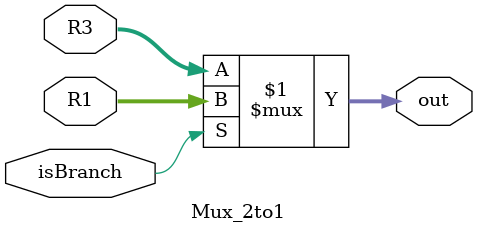
<source format=v>
`timescale 1ns / 1ps
module Mux_2to1(
		input[W-1:0] R1,
		input[W-1:0] R3,
		input isBranch,
		output[W-1:0] out
    );

	parameter W = 5;
	assign out = isBranch ? R1 : R3;
	
endmodule

</source>
